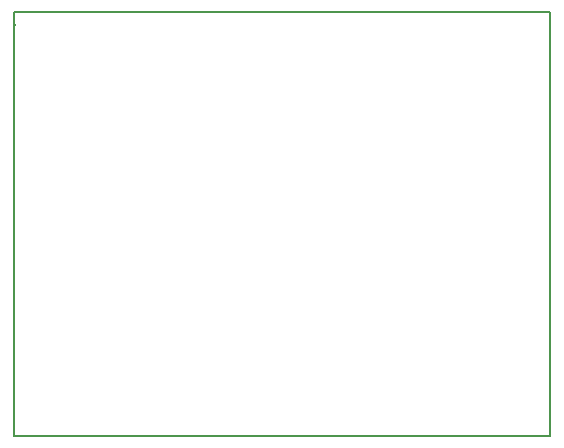
<source format=gbr>
G04 #@! TF.FileFunction,Profile,NP*
%FSLAX46Y46*%
G04 Gerber Fmt 4.6, Leading zero omitted, Abs format (unit mm)*
G04 Created by KiCad (PCBNEW 4.0.2-stable) date 6/7/2016 9:19:05 AM*
%MOMM*%
G01*
G04 APERTURE LIST*
%ADD10C,0.100000*%
%ADD11C,0.150000*%
G04 APERTURE END LIST*
D10*
D11*
X86690000Y-57560000D02*
X86650000Y-57560000D01*
X86690000Y-57200000D02*
X86690000Y-57560000D01*
X41330000Y-57200000D02*
X86690000Y-57200000D01*
X41330000Y-57850000D02*
X41330000Y-57200000D01*
X86660000Y-57430000D02*
X86680000Y-57430000D01*
X86660000Y-57700000D02*
X86660000Y-57430000D01*
X86660000Y-93170000D02*
X86660000Y-57700000D01*
X41320000Y-93170000D02*
X86660000Y-93170000D01*
X41320000Y-57790000D02*
X41320000Y-93170000D01*
X41410000Y-58250000D02*
X41410000Y-58330000D01*
M02*

</source>
